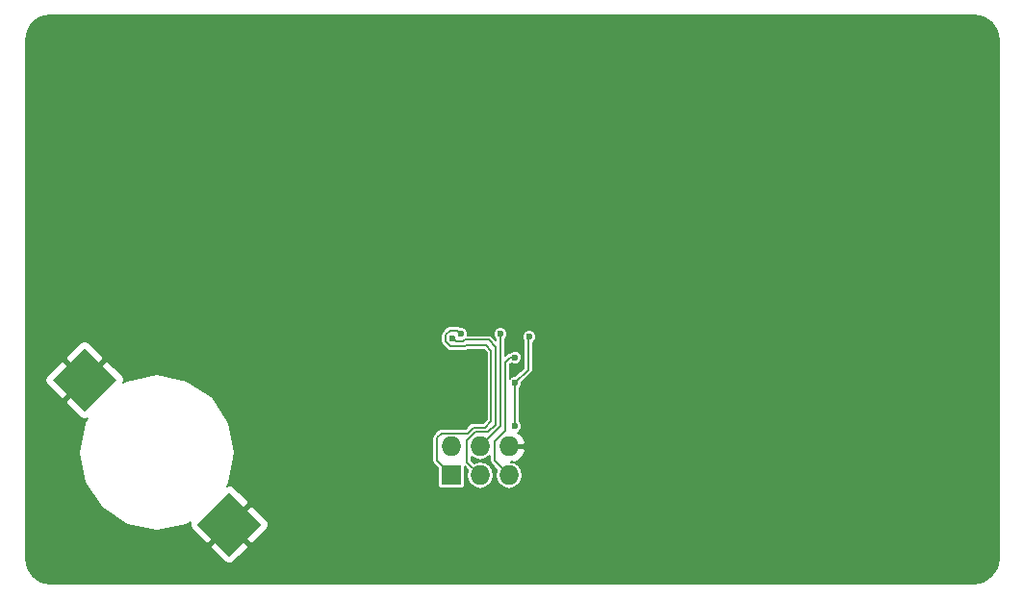
<source format=gbl>
G04 #@! TF.FileFunction,Copper,L2,Bot,Signal*
%FSLAX46Y46*%
G04 Gerber Fmt 4.6, Leading zero omitted, Abs format (unit mm)*
G04 Created by KiCad (PCBNEW 4.0.5+dfsg1-4) date Tue Aug  8 22:54:49 2017*
%MOMM*%
%LPD*%
G01*
G04 APERTURE LIST*
%ADD10C,0.100000*%
%ADD11R,1.727200X1.727200*%
%ADD12O,1.727200X1.727200*%
%ADD13C,0.600000*%
%ADD14C,0.203200*%
G04 APERTURE END LIST*
D10*
G36*
X117636427Y-103632000D02*
X114808000Y-106460427D01*
X111979573Y-103632000D01*
X114808000Y-100803573D01*
X117636427Y-103632000D01*
X117636427Y-103632000D01*
G37*
G36*
X130364349Y-116359922D02*
X127535922Y-119188349D01*
X124707495Y-116359922D01*
X127535922Y-113531495D01*
X130364349Y-116359922D01*
X130364349Y-116359922D01*
G37*
D11*
X147066000Y-112014000D03*
D12*
X147066000Y-109474000D03*
X149606000Y-112014000D03*
X149606000Y-109474000D03*
X152146000Y-112014000D03*
X152146000Y-109474000D03*
D13*
X153924000Y-99822000D03*
X152654000Y-107696000D03*
X152654000Y-103886000D03*
X149048000Y-102209000D03*
X149048000Y-101188800D03*
X147162800Y-99941805D03*
X152668270Y-101629933D03*
X147866177Y-99553999D03*
X151384000Y-99568000D03*
D14*
X152654000Y-103886000D02*
X153812996Y-102727004D01*
X153812996Y-102727004D02*
X153812996Y-99933004D01*
X153812996Y-99933004D02*
X153924000Y-99822000D01*
X152654000Y-107696000D02*
X152654000Y-107271736D01*
X152654000Y-107271736D02*
X152654000Y-103886000D01*
X150969625Y-107535625D02*
X150969625Y-103792375D01*
X150969625Y-103792375D02*
X150977590Y-103784410D01*
X150977590Y-103784410D02*
X150977590Y-100685590D01*
X150977590Y-100685590D02*
X150368000Y-100076000D01*
X150368000Y-100076000D02*
X148239282Y-100076000D01*
X147462799Y-100241804D02*
X147162800Y-99941805D01*
X148239282Y-100076000D02*
X148073478Y-100241804D01*
X148073478Y-100241804D02*
X147462799Y-100241804D01*
X150969625Y-107535625D02*
X150977590Y-107527660D01*
X150301250Y-108204000D02*
X150969625Y-107535625D01*
X149606000Y-112014000D02*
X148437599Y-110845599D01*
X148437599Y-110845599D02*
X148437599Y-108913167D01*
X149146766Y-108204000D02*
X150301250Y-108204000D01*
X148437599Y-108913167D02*
X149146766Y-108204000D01*
X152668270Y-101629933D02*
X152244006Y-101629933D01*
X152244006Y-101629933D02*
X151790410Y-102083529D01*
X151790410Y-102083529D02*
X151790410Y-108100356D01*
X151790410Y-108100356D02*
X150876000Y-109014766D01*
X150876000Y-109014766D02*
X150876000Y-110744000D01*
X150876000Y-110744000D02*
X152146000Y-112014000D01*
X150114000Y-100584000D02*
X148306032Y-100584000D01*
X147566178Y-99254000D02*
X147866177Y-99553999D01*
X148306032Y-100584000D02*
X148241818Y-100648214D01*
X148241818Y-100648214D02*
X146974103Y-100648214D01*
X146974103Y-100648214D02*
X146557999Y-100232110D01*
X146557999Y-100232110D02*
X146557999Y-99651500D01*
X146557999Y-99651500D02*
X146955499Y-99254000D01*
X146955499Y-99254000D02*
X147566178Y-99254000D01*
X150571180Y-101041180D02*
X150114000Y-100584000D01*
X150571180Y-102920820D02*
X150571180Y-101041180D01*
X150563215Y-103182785D02*
X150563215Y-102928785D01*
X150563215Y-102928785D02*
X150571180Y-102920820D01*
X150563215Y-107246785D02*
X150563215Y-103182785D01*
X150563215Y-103182785D02*
X150571180Y-103174820D01*
X148978426Y-107797590D02*
X150012410Y-107797590D01*
X150012410Y-107797590D02*
X150563215Y-107246785D01*
X148978425Y-107797591D02*
X148978426Y-107797590D01*
X145796000Y-108712000D02*
X146202401Y-108305599D01*
X146202401Y-108305599D02*
X148470417Y-108305599D01*
X148470417Y-108305599D02*
X148978425Y-107797591D01*
X145796000Y-110744000D02*
X145796000Y-108712000D01*
X146050000Y-110998000D02*
X145796000Y-110744000D01*
X147066000Y-112014000D02*
X146050000Y-110998000D01*
X151384000Y-99568000D02*
X151384000Y-107696000D01*
X151384000Y-107696000D02*
X149606000Y-109474000D01*
G36*
X193863825Y-71671109D02*
X194562230Y-72137768D01*
X195028891Y-72836176D01*
X195200200Y-73697405D01*
X195200200Y-119342595D01*
X195028891Y-120203824D01*
X194562230Y-120902232D01*
X193863825Y-121368891D01*
X193002595Y-121540200D01*
X111797405Y-121540200D01*
X110936176Y-121368891D01*
X110237768Y-120902230D01*
X109771109Y-120203825D01*
X109599800Y-119342595D01*
X109599800Y-118205188D01*
X125906182Y-118205188D01*
X125906182Y-118420714D01*
X127190611Y-119705143D01*
X127414665Y-119797949D01*
X127657179Y-119797949D01*
X127881233Y-119705143D01*
X129165662Y-118420714D01*
X129165662Y-118205188D01*
X127535922Y-116575448D01*
X125906182Y-118205188D01*
X109599800Y-118205188D01*
X109599800Y-105477266D01*
X113178260Y-105477266D01*
X113178260Y-105692792D01*
X114462689Y-106977221D01*
X114686743Y-107070027D01*
X114929257Y-107070027D01*
X115043292Y-107022792D01*
X114815855Y-107363176D01*
X114292161Y-109995961D01*
X114815855Y-112628746D01*
X116307208Y-114860714D01*
X118539176Y-116352067D01*
X121171961Y-116875761D01*
X123804746Y-116352067D01*
X124145130Y-116124630D01*
X124097895Y-116238665D01*
X124097895Y-116481179D01*
X124190701Y-116705233D01*
X125475130Y-117989662D01*
X125690656Y-117989662D01*
X127320396Y-116359922D01*
X127751448Y-116359922D01*
X129381188Y-117989662D01*
X129596714Y-117989662D01*
X130881143Y-116705233D01*
X130973949Y-116481179D01*
X130973949Y-116238665D01*
X130881143Y-116014611D01*
X129596714Y-114730182D01*
X129381188Y-114730182D01*
X127751448Y-116359922D01*
X127320396Y-116359922D01*
X127306254Y-116345780D01*
X127521780Y-116130254D01*
X127535922Y-116144396D01*
X129165662Y-114514656D01*
X129165662Y-114299130D01*
X127881233Y-113014701D01*
X127657179Y-112921895D01*
X127414665Y-112921895D01*
X127300630Y-112969130D01*
X127528067Y-112628746D01*
X128051761Y-109995961D01*
X127796366Y-108712000D01*
X145389600Y-108712000D01*
X145389600Y-110744000D01*
X145420535Y-110899523D01*
X145488422Y-111001122D01*
X145508632Y-111031368D01*
X145891629Y-111414365D01*
X145891629Y-112877600D01*
X145912882Y-112990552D01*
X145979637Y-113094292D01*
X146081493Y-113163887D01*
X146202400Y-113188371D01*
X147929600Y-113188371D01*
X148042552Y-113167118D01*
X148146292Y-113100363D01*
X148215887Y-112998507D01*
X148240371Y-112877600D01*
X148240371Y-111223107D01*
X148540441Y-111523177D01*
X148526539Y-111543983D01*
X148437600Y-111991110D01*
X148437600Y-112036890D01*
X148526539Y-112484017D01*
X148779816Y-112863074D01*
X149158873Y-113116351D01*
X149606000Y-113205290D01*
X150053127Y-113116351D01*
X150432184Y-112863074D01*
X150685461Y-112484017D01*
X150774400Y-112036890D01*
X150774400Y-111991110D01*
X150685461Y-111543983D01*
X150432184Y-111164926D01*
X150053127Y-110911649D01*
X149606000Y-110822710D01*
X149158873Y-110911649D01*
X149110624Y-110943888D01*
X148843999Y-110677263D01*
X148843999Y-110365960D01*
X149158873Y-110576351D01*
X149606000Y-110665290D01*
X150053127Y-110576351D01*
X150432184Y-110323074D01*
X150469600Y-110267077D01*
X150469600Y-110744000D01*
X150500535Y-110899523D01*
X150568422Y-111001122D01*
X150588632Y-111031368D01*
X151080441Y-111523177D01*
X151066539Y-111543983D01*
X150977600Y-111991110D01*
X150977600Y-112036890D01*
X151066539Y-112484017D01*
X151319816Y-112863074D01*
X151698873Y-113116351D01*
X152146000Y-113205290D01*
X152593127Y-113116351D01*
X152972184Y-112863074D01*
X153225461Y-112484017D01*
X153314400Y-112036890D01*
X153314400Y-111991110D01*
X153225461Y-111543983D01*
X152972184Y-111164926D01*
X152593127Y-110911649D01*
X152298402Y-110853025D01*
X152298402Y-110785979D01*
X152525746Y-110897415D01*
X152883993Y-110749037D01*
X153315752Y-110369563D01*
X153569427Y-109853748D01*
X153458908Y-109626400D01*
X152298400Y-109626400D01*
X152298400Y-109646400D01*
X151993600Y-109646400D01*
X151993600Y-109626400D01*
X151973600Y-109626400D01*
X151973600Y-109321600D01*
X151993600Y-109321600D01*
X151993600Y-109301600D01*
X152298400Y-109301600D01*
X152298400Y-109321600D01*
X153458908Y-109321600D01*
X153569427Y-109094252D01*
X153315752Y-108578437D01*
X152927644Y-108237328D01*
X152996144Y-108209024D01*
X153166426Y-108039039D01*
X153258695Y-107816830D01*
X153258905Y-107576226D01*
X153167024Y-107353856D01*
X153060400Y-107247046D01*
X153060400Y-104334880D01*
X153166426Y-104229039D01*
X153258695Y-104006830D01*
X153258827Y-103855909D01*
X154100364Y-103014372D01*
X154162874Y-102920820D01*
X154188461Y-102882527D01*
X154219396Y-102727004D01*
X154219396Y-100354340D01*
X154266144Y-100335024D01*
X154436426Y-100165039D01*
X154528695Y-99942830D01*
X154528905Y-99702226D01*
X154437024Y-99479856D01*
X154267039Y-99309574D01*
X154044830Y-99217305D01*
X153804226Y-99217095D01*
X153581856Y-99308976D01*
X153411574Y-99478961D01*
X153319305Y-99701170D01*
X153319095Y-99941774D01*
X153406596Y-100153544D01*
X153406596Y-102558668D01*
X152684038Y-103281226D01*
X152534226Y-103281095D01*
X152311856Y-103372976D01*
X152196810Y-103487821D01*
X152196810Y-102251865D01*
X152315782Y-102132893D01*
X152325231Y-102142359D01*
X152547440Y-102234628D01*
X152788044Y-102234838D01*
X153010414Y-102142957D01*
X153180696Y-101972972D01*
X153272965Y-101750763D01*
X153273175Y-101510159D01*
X153181294Y-101287789D01*
X153011309Y-101117507D01*
X152789100Y-101025238D01*
X152548496Y-101025028D01*
X152326126Y-101116909D01*
X152213172Y-101229666D01*
X152088483Y-101254468D01*
X151977616Y-101328548D01*
X151956638Y-101342565D01*
X151790400Y-101508803D01*
X151790400Y-100016880D01*
X151896426Y-99911039D01*
X151988695Y-99688830D01*
X151988905Y-99448226D01*
X151897024Y-99225856D01*
X151727039Y-99055574D01*
X151504830Y-98963305D01*
X151264226Y-98963095D01*
X151041856Y-99054976D01*
X150871574Y-99224961D01*
X150779305Y-99447170D01*
X150779095Y-99687774D01*
X150870976Y-99910144D01*
X150977600Y-100016954D01*
X150977600Y-100110863D01*
X150655368Y-99788632D01*
X150523523Y-99700535D01*
X150368000Y-99669600D01*
X148470877Y-99669600D01*
X148471082Y-99434225D01*
X148379201Y-99211855D01*
X148209216Y-99041573D01*
X147987007Y-98949304D01*
X147827404Y-98949165D01*
X147827299Y-98949094D01*
X147721701Y-98878535D01*
X147566178Y-98847600D01*
X146955499Y-98847600D01*
X146799976Y-98878535D01*
X146694378Y-98949094D01*
X146668131Y-98966632D01*
X146270631Y-99364132D01*
X146182534Y-99495977D01*
X146151599Y-99651500D01*
X146151599Y-100232110D01*
X146182534Y-100387633D01*
X146245856Y-100482400D01*
X146270631Y-100519478D01*
X146686735Y-100935582D01*
X146818580Y-101023679D01*
X146974103Y-101054614D01*
X148241818Y-101054614D01*
X148397341Y-101023679D01*
X148447146Y-100990400D01*
X149945664Y-100990400D01*
X150164780Y-101209516D01*
X150164780Y-102888742D01*
X150156815Y-102928785D01*
X150156815Y-107078449D01*
X149844074Y-107391190D01*
X148978426Y-107391190D01*
X148822903Y-107422125D01*
X148691058Y-107510222D01*
X148302081Y-107899199D01*
X146202401Y-107899199D01*
X146046878Y-107930134D01*
X145967209Y-107983368D01*
X145915033Y-108018231D01*
X145508632Y-108424632D01*
X145420535Y-108556477D01*
X145389600Y-108712000D01*
X127796366Y-108712000D01*
X127528067Y-107363176D01*
X126036714Y-105131208D01*
X123804746Y-103639855D01*
X121171961Y-103116161D01*
X118539176Y-103639855D01*
X118198792Y-103867292D01*
X118246027Y-103753257D01*
X118246027Y-103510743D01*
X118153221Y-103286689D01*
X116868792Y-102002260D01*
X116653266Y-102002260D01*
X115023526Y-103632000D01*
X115037669Y-103646143D01*
X114822143Y-103861669D01*
X114808000Y-103847526D01*
X113178260Y-105477266D01*
X109599800Y-105477266D01*
X109599800Y-103510743D01*
X111369973Y-103510743D01*
X111369973Y-103753257D01*
X111462779Y-103977311D01*
X112747208Y-105261740D01*
X112962734Y-105261740D01*
X114592474Y-103632000D01*
X112962734Y-102002260D01*
X112747208Y-102002260D01*
X111462779Y-103286689D01*
X111369973Y-103510743D01*
X109599800Y-103510743D01*
X109599800Y-101571208D01*
X113178260Y-101571208D01*
X113178260Y-101786734D01*
X114808000Y-103416474D01*
X116437740Y-101786734D01*
X116437740Y-101571208D01*
X115153311Y-100286779D01*
X114929257Y-100193973D01*
X114686743Y-100193973D01*
X114462689Y-100286779D01*
X113178260Y-101571208D01*
X109599800Y-101571208D01*
X109599800Y-73697405D01*
X109771109Y-72836175D01*
X110237768Y-72137770D01*
X110936176Y-71671109D01*
X111797405Y-71499800D01*
X193002595Y-71499800D01*
X193863825Y-71671109D01*
X193863825Y-71671109D01*
G37*
X193863825Y-71671109D02*
X194562230Y-72137768D01*
X195028891Y-72836176D01*
X195200200Y-73697405D01*
X195200200Y-119342595D01*
X195028891Y-120203824D01*
X194562230Y-120902232D01*
X193863825Y-121368891D01*
X193002595Y-121540200D01*
X111797405Y-121540200D01*
X110936176Y-121368891D01*
X110237768Y-120902230D01*
X109771109Y-120203825D01*
X109599800Y-119342595D01*
X109599800Y-118205188D01*
X125906182Y-118205188D01*
X125906182Y-118420714D01*
X127190611Y-119705143D01*
X127414665Y-119797949D01*
X127657179Y-119797949D01*
X127881233Y-119705143D01*
X129165662Y-118420714D01*
X129165662Y-118205188D01*
X127535922Y-116575448D01*
X125906182Y-118205188D01*
X109599800Y-118205188D01*
X109599800Y-105477266D01*
X113178260Y-105477266D01*
X113178260Y-105692792D01*
X114462689Y-106977221D01*
X114686743Y-107070027D01*
X114929257Y-107070027D01*
X115043292Y-107022792D01*
X114815855Y-107363176D01*
X114292161Y-109995961D01*
X114815855Y-112628746D01*
X116307208Y-114860714D01*
X118539176Y-116352067D01*
X121171961Y-116875761D01*
X123804746Y-116352067D01*
X124145130Y-116124630D01*
X124097895Y-116238665D01*
X124097895Y-116481179D01*
X124190701Y-116705233D01*
X125475130Y-117989662D01*
X125690656Y-117989662D01*
X127320396Y-116359922D01*
X127751448Y-116359922D01*
X129381188Y-117989662D01*
X129596714Y-117989662D01*
X130881143Y-116705233D01*
X130973949Y-116481179D01*
X130973949Y-116238665D01*
X130881143Y-116014611D01*
X129596714Y-114730182D01*
X129381188Y-114730182D01*
X127751448Y-116359922D01*
X127320396Y-116359922D01*
X127306254Y-116345780D01*
X127521780Y-116130254D01*
X127535922Y-116144396D01*
X129165662Y-114514656D01*
X129165662Y-114299130D01*
X127881233Y-113014701D01*
X127657179Y-112921895D01*
X127414665Y-112921895D01*
X127300630Y-112969130D01*
X127528067Y-112628746D01*
X128051761Y-109995961D01*
X127796366Y-108712000D01*
X145389600Y-108712000D01*
X145389600Y-110744000D01*
X145420535Y-110899523D01*
X145488422Y-111001122D01*
X145508632Y-111031368D01*
X145891629Y-111414365D01*
X145891629Y-112877600D01*
X145912882Y-112990552D01*
X145979637Y-113094292D01*
X146081493Y-113163887D01*
X146202400Y-113188371D01*
X147929600Y-113188371D01*
X148042552Y-113167118D01*
X148146292Y-113100363D01*
X148215887Y-112998507D01*
X148240371Y-112877600D01*
X148240371Y-111223107D01*
X148540441Y-111523177D01*
X148526539Y-111543983D01*
X148437600Y-111991110D01*
X148437600Y-112036890D01*
X148526539Y-112484017D01*
X148779816Y-112863074D01*
X149158873Y-113116351D01*
X149606000Y-113205290D01*
X150053127Y-113116351D01*
X150432184Y-112863074D01*
X150685461Y-112484017D01*
X150774400Y-112036890D01*
X150774400Y-111991110D01*
X150685461Y-111543983D01*
X150432184Y-111164926D01*
X150053127Y-110911649D01*
X149606000Y-110822710D01*
X149158873Y-110911649D01*
X149110624Y-110943888D01*
X148843999Y-110677263D01*
X148843999Y-110365960D01*
X149158873Y-110576351D01*
X149606000Y-110665290D01*
X150053127Y-110576351D01*
X150432184Y-110323074D01*
X150469600Y-110267077D01*
X150469600Y-110744000D01*
X150500535Y-110899523D01*
X150568422Y-111001122D01*
X150588632Y-111031368D01*
X151080441Y-111523177D01*
X151066539Y-111543983D01*
X150977600Y-111991110D01*
X150977600Y-112036890D01*
X151066539Y-112484017D01*
X151319816Y-112863074D01*
X151698873Y-113116351D01*
X152146000Y-113205290D01*
X152593127Y-113116351D01*
X152972184Y-112863074D01*
X153225461Y-112484017D01*
X153314400Y-112036890D01*
X153314400Y-111991110D01*
X153225461Y-111543983D01*
X152972184Y-111164926D01*
X152593127Y-110911649D01*
X152298402Y-110853025D01*
X152298402Y-110785979D01*
X152525746Y-110897415D01*
X152883993Y-110749037D01*
X153315752Y-110369563D01*
X153569427Y-109853748D01*
X153458908Y-109626400D01*
X152298400Y-109626400D01*
X152298400Y-109646400D01*
X151993600Y-109646400D01*
X151993600Y-109626400D01*
X151973600Y-109626400D01*
X151973600Y-109321600D01*
X151993600Y-109321600D01*
X151993600Y-109301600D01*
X152298400Y-109301600D01*
X152298400Y-109321600D01*
X153458908Y-109321600D01*
X153569427Y-109094252D01*
X153315752Y-108578437D01*
X152927644Y-108237328D01*
X152996144Y-108209024D01*
X153166426Y-108039039D01*
X153258695Y-107816830D01*
X153258905Y-107576226D01*
X153167024Y-107353856D01*
X153060400Y-107247046D01*
X153060400Y-104334880D01*
X153166426Y-104229039D01*
X153258695Y-104006830D01*
X153258827Y-103855909D01*
X154100364Y-103014372D01*
X154162874Y-102920820D01*
X154188461Y-102882527D01*
X154219396Y-102727004D01*
X154219396Y-100354340D01*
X154266144Y-100335024D01*
X154436426Y-100165039D01*
X154528695Y-99942830D01*
X154528905Y-99702226D01*
X154437024Y-99479856D01*
X154267039Y-99309574D01*
X154044830Y-99217305D01*
X153804226Y-99217095D01*
X153581856Y-99308976D01*
X153411574Y-99478961D01*
X153319305Y-99701170D01*
X153319095Y-99941774D01*
X153406596Y-100153544D01*
X153406596Y-102558668D01*
X152684038Y-103281226D01*
X152534226Y-103281095D01*
X152311856Y-103372976D01*
X152196810Y-103487821D01*
X152196810Y-102251865D01*
X152315782Y-102132893D01*
X152325231Y-102142359D01*
X152547440Y-102234628D01*
X152788044Y-102234838D01*
X153010414Y-102142957D01*
X153180696Y-101972972D01*
X153272965Y-101750763D01*
X153273175Y-101510159D01*
X153181294Y-101287789D01*
X153011309Y-101117507D01*
X152789100Y-101025238D01*
X152548496Y-101025028D01*
X152326126Y-101116909D01*
X152213172Y-101229666D01*
X152088483Y-101254468D01*
X151977616Y-101328548D01*
X151956638Y-101342565D01*
X151790400Y-101508803D01*
X151790400Y-100016880D01*
X151896426Y-99911039D01*
X151988695Y-99688830D01*
X151988905Y-99448226D01*
X151897024Y-99225856D01*
X151727039Y-99055574D01*
X151504830Y-98963305D01*
X151264226Y-98963095D01*
X151041856Y-99054976D01*
X150871574Y-99224961D01*
X150779305Y-99447170D01*
X150779095Y-99687774D01*
X150870976Y-99910144D01*
X150977600Y-100016954D01*
X150977600Y-100110863D01*
X150655368Y-99788632D01*
X150523523Y-99700535D01*
X150368000Y-99669600D01*
X148470877Y-99669600D01*
X148471082Y-99434225D01*
X148379201Y-99211855D01*
X148209216Y-99041573D01*
X147987007Y-98949304D01*
X147827404Y-98949165D01*
X147827299Y-98949094D01*
X147721701Y-98878535D01*
X147566178Y-98847600D01*
X146955499Y-98847600D01*
X146799976Y-98878535D01*
X146694378Y-98949094D01*
X146668131Y-98966632D01*
X146270631Y-99364132D01*
X146182534Y-99495977D01*
X146151599Y-99651500D01*
X146151599Y-100232110D01*
X146182534Y-100387633D01*
X146245856Y-100482400D01*
X146270631Y-100519478D01*
X146686735Y-100935582D01*
X146818580Y-101023679D01*
X146974103Y-101054614D01*
X148241818Y-101054614D01*
X148397341Y-101023679D01*
X148447146Y-100990400D01*
X149945664Y-100990400D01*
X150164780Y-101209516D01*
X150164780Y-102888742D01*
X150156815Y-102928785D01*
X150156815Y-107078449D01*
X149844074Y-107391190D01*
X148978426Y-107391190D01*
X148822903Y-107422125D01*
X148691058Y-107510222D01*
X148302081Y-107899199D01*
X146202401Y-107899199D01*
X146046878Y-107930134D01*
X145967209Y-107983368D01*
X145915033Y-108018231D01*
X145508632Y-108424632D01*
X145420535Y-108556477D01*
X145389600Y-108712000D01*
X127796366Y-108712000D01*
X127528067Y-107363176D01*
X126036714Y-105131208D01*
X123804746Y-103639855D01*
X121171961Y-103116161D01*
X118539176Y-103639855D01*
X118198792Y-103867292D01*
X118246027Y-103753257D01*
X118246027Y-103510743D01*
X118153221Y-103286689D01*
X116868792Y-102002260D01*
X116653266Y-102002260D01*
X115023526Y-103632000D01*
X115037669Y-103646143D01*
X114822143Y-103861669D01*
X114808000Y-103847526D01*
X113178260Y-105477266D01*
X109599800Y-105477266D01*
X109599800Y-103510743D01*
X111369973Y-103510743D01*
X111369973Y-103753257D01*
X111462779Y-103977311D01*
X112747208Y-105261740D01*
X112962734Y-105261740D01*
X114592474Y-103632000D01*
X112962734Y-102002260D01*
X112747208Y-102002260D01*
X111462779Y-103286689D01*
X111369973Y-103510743D01*
X109599800Y-103510743D01*
X109599800Y-101571208D01*
X113178260Y-101571208D01*
X113178260Y-101786734D01*
X114808000Y-103416474D01*
X116437740Y-101786734D01*
X116437740Y-101571208D01*
X115153311Y-100286779D01*
X114929257Y-100193973D01*
X114686743Y-100193973D01*
X114462689Y-100286779D01*
X113178260Y-101571208D01*
X109599800Y-101571208D01*
X109599800Y-73697405D01*
X109771109Y-72836175D01*
X110237768Y-72137770D01*
X110936176Y-71671109D01*
X111797405Y-71499800D01*
X193002595Y-71499800D01*
X193863825Y-71671109D01*
M02*

</source>
